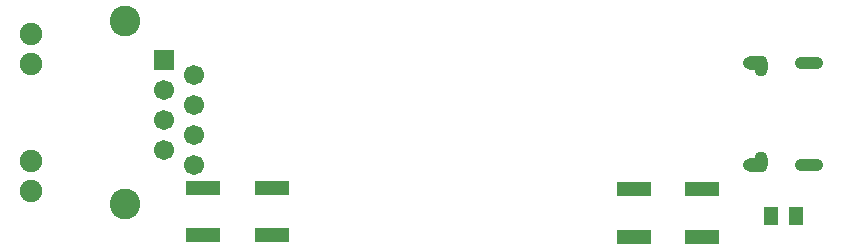
<source format=gbs>
G04 Layer: BottomSolderMaskLayer*
G04 EasyEDA v6.5.48, 2025-04-05 08:48:53*
G04 1f2a1f73008143329cf71d76b7b06197,b9277fd2045942759ab1a28cc0c323af,10*
G04 Gerber Generator version 0.2*
G04 Scale: 100 percent, Rotated: No, Reflected: No *
G04 Dimensions in inches *
G04 leading zeros omitted , absolute positions ,3 integer and 6 decimal *
%FSLAX36Y36*%
%MOIN*%

%AMMACRO1*4,1,8,-0.0323,-0.0335,-0.0335,-0.0323,-0.0335,0.0323,-0.0323,0.0335,0.0323,0.0335,0.0335,0.0323,0.0335,-0.0323,0.0323,-0.0335,-0.0323,-0.0335,0*%
%AMMACRO2*4,1,8,-0.0559,-0.0217,-0.0571,-0.0205,-0.0571,0.0205,-0.0559,0.0217,0.0559,0.0217,0.0571,0.0205,0.0571,-0.0205,0.0559,-0.0217,-0.0559,-0.0217,0*%
%AMMACRO3*4,1,8,-0.0205,-0.0295,-0.0217,-0.0284,-0.0217,0.0284,-0.0205,0.0295,0.0205,0.0295,0.0217,0.0284,0.0217,-0.0284,0.0205,-0.0295,-0.0205,-0.0295,0*%
%ADD10O,0.094489X0.043308*%
%ADD11O,0.080772X0.04337*%
%ADD12O,0.04337X0.070929*%
%ADD13MACRO1*%
%ADD14C,0.0670*%
%ADD15C,0.0749*%
%ADD16C,0.1024*%
%ADD17MACRO2*%
%ADD18MACRO3*%

%LPD*%
D10*
G01*
X3061869Y2640079D03*
G01*
X3061869Y2299920D03*
D11*
G01*
X2880000Y2640000D03*
D12*
G01*
X2902200Y2629299D03*
D11*
G01*
X2880000Y2300000D03*
D12*
G01*
X2902200Y2309299D03*
D13*
G01*
X911455Y2650151D03*
D14*
G01*
X1011450Y2600149D03*
G01*
X911450Y2550149D03*
G01*
X1011450Y2500149D03*
G01*
X911450Y2450149D03*
G01*
X1011450Y2400149D03*
G01*
X911450Y2350149D03*
G01*
X1011450Y2300149D03*
D15*
G01*
X468550Y2735779D03*
G01*
X468550Y2635779D03*
G01*
X468550Y2314119D03*
G01*
X468550Y2214119D03*
D16*
G01*
X781540Y2779870D03*
G01*
X781540Y2170030D03*
D17*
G01*
X2704169Y2218734D03*
G01*
X2475825Y2218734D03*
G01*
X2704169Y2061254D03*
G01*
X2475825Y2061254D03*
G01*
X1269169Y2223734D03*
G01*
X1040824Y2223734D03*
G01*
X1269169Y2066254D03*
G01*
X1040824Y2066254D03*
D18*
G01*
X3016350Y2130000D03*
G01*
X2933649Y2130000D03*
M02*

</source>
